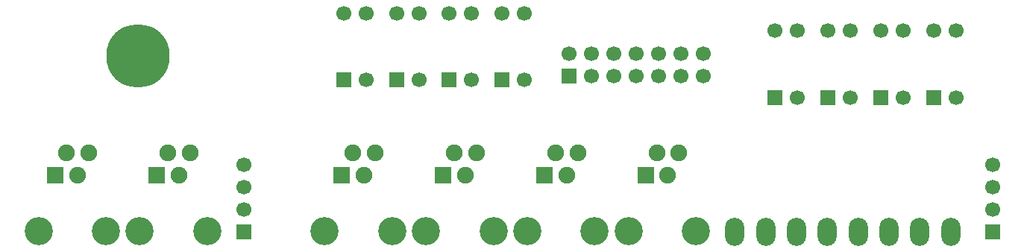
<source format=gbr>
%FSTAX42Y42*%
%MOMM*%
%SFA1B1*%

%IPPOS*%
%ADD22C,1.699997*%
%ADD24R,1.699997X1.699997*%
%ADD32C,7.199986*%
%ADD33C,1.699997*%
%ADD34R,1.699997X1.699997*%
%ADD35O,2.199996X3.199994*%
%ADD36R,1.699997X1.699997*%
%ADD37C,1.899996*%
%ADD38C,3.199994*%
%ADD39R,1.899996X1.899996*%
%LNpcb_monitoring_top_front-1*%
%LPD*%
G54D22*
X004887Y000026D03*
X005141D03*
X005395D03*
X005649D03*
X005903D03*
X006157D03*
X006411D03*
Y-000226D03*
X005903D03*
X005395D03*
X005141D03*
X005649D03*
X006157D03*
X009699Y-001237D03*
Y-001491D03*
Y-001745D03*
X001199Y-001237D03*
Y-001491D03*
Y-001745D03*
G54D24*
X004887Y-000226D03*
G54D32*
X0Y0D03*
G54D33*
X002586Y000485D03*
X002332D03*
X002586Y-000275D03*
X003186Y000485D03*
X002932D03*
X003186Y-000275D03*
X003786Y000485D03*
X003532D03*
X003786Y-000275D03*
X004386Y000485D03*
X004132D03*
X004386Y-000275D03*
X007486Y000285D03*
X007232D03*
X007486Y-000475D03*
X008086Y000285D03*
X007832D03*
X008086Y-000475D03*
X008686Y000285D03*
X008432D03*
X008686Y-000475D03*
X009286Y000285D03*
X009032D03*
X009286Y-000475D03*
G54D34*
X002332Y-000275D03*
X002932D03*
X003532D03*
X004132D03*
X007232Y-000475D03*
X007832D03*
X008432D03*
X009032D03*
G54D35*
X009224Y-001999D03*
X008874D03*
X008524D03*
X008174D03*
X007824D03*
X007474D03*
X007124D03*
X006774D03*
G54D36*
X009699Y-001999D03*
X001199D03*
G54D37*
X00059Y-001105D03*
X000463Y-001359D03*
X000336Y-001105D03*
X-000813D03*
X-000685Y-001359D03*
X-000558Y-001105D03*
X006139D03*
X006012Y-001359D03*
X005886Y-001105D03*
X004736D03*
X004862Y-001359D03*
X004989Y-001105D03*
X003839D03*
X003712Y-001359D03*
X003586Y-001105D03*
X002435D03*
X002563Y-001359D03*
X00269Y-001105D03*
G54D38*
X000016Y-001993D03*
X000782D03*
X-000366D03*
X-001132D03*
X005566D03*
X006332D03*
X005182D03*
X004416D03*
X003266D03*
X004032D03*
X002882D03*
X002116D03*
G54D39*
X000209Y-001359D03*
X-000939D03*
X005759D03*
X004609D03*
X003459D03*
X002308D03*
M02*
</source>
